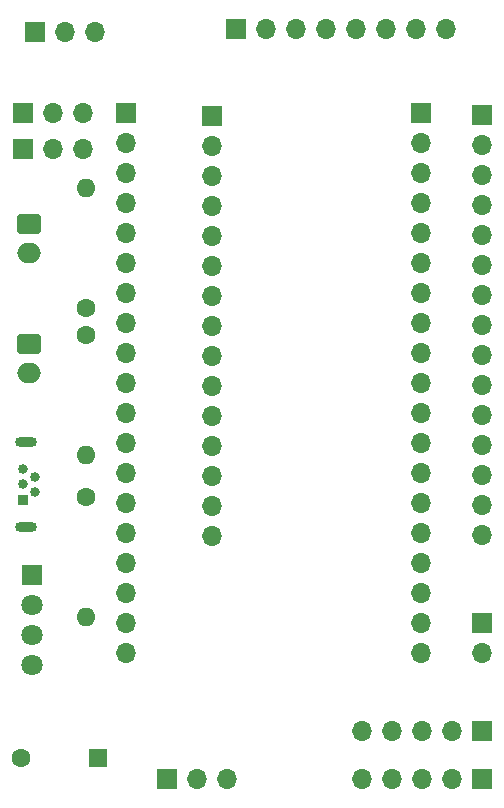
<source format=gts>
G04 #@! TF.GenerationSoftware,KiCad,Pcbnew,8.0.8*
G04 #@! TF.CreationDate,2025-03-22T13:31:19+00:00*
G04 #@! TF.ProjectId,ESP32adapt_PCB03,45535033-3261-4646-9170-745f50434230,rev?*
G04 #@! TF.SameCoordinates,Original*
G04 #@! TF.FileFunction,Soldermask,Top*
G04 #@! TF.FilePolarity,Negative*
%FSLAX46Y46*%
G04 Gerber Fmt 4.6, Leading zero omitted, Abs format (unit mm)*
G04 Created by KiCad (PCBNEW 8.0.8) date 2025-03-22 13:31:19*
%MOMM*%
%LPD*%
G01*
G04 APERTURE LIST*
G04 Aperture macros list*
%AMRoundRect*
0 Rectangle with rounded corners*
0 $1 Rounding radius*
0 $2 $3 $4 $5 $6 $7 $8 $9 X,Y pos of 4 corners*
0 Add a 4 corners polygon primitive as box body*
4,1,4,$2,$3,$4,$5,$6,$7,$8,$9,$2,$3,0*
0 Add four circle primitives for the rounded corners*
1,1,$1+$1,$2,$3*
1,1,$1+$1,$4,$5*
1,1,$1+$1,$6,$7*
1,1,$1+$1,$8,$9*
0 Add four rect primitives between the rounded corners*
20,1,$1+$1,$2,$3,$4,$5,0*
20,1,$1+$1,$4,$5,$6,$7,0*
20,1,$1+$1,$6,$7,$8,$9,0*
20,1,$1+$1,$8,$9,$2,$3,0*%
G04 Aperture macros list end*
%ADD10R,1.700000X1.700000*%
%ADD11O,1.700000X1.700000*%
%ADD12O,1.600000X1.600000*%
%ADD13C,1.600000*%
%ADD14RoundRect,0.250000X-0.750000X0.600000X-0.750000X-0.600000X0.750000X-0.600000X0.750000X0.600000X0*%
%ADD15O,2.000000X1.700000*%
%ADD16R,0.840000X0.840000*%
%ADD17C,0.840000*%
%ADD18O,1.850000X0.850000*%
%ADD19R,1.600000X1.600000*%
%ADD20R,1.800000X1.800000*%
%ADD21C,1.800000*%
G04 APERTURE END LIST*
D10*
X42196000Y-93472000D03*
D11*
X42196000Y-96012000D03*
X42196000Y-98552000D03*
X42196000Y-101092000D03*
X42196000Y-103632000D03*
X42196000Y-106172000D03*
X42196000Y-108712000D03*
X42196000Y-111252000D03*
X42196000Y-113792000D03*
X42196000Y-116332000D03*
X42196000Y-118872000D03*
X42196000Y-121412000D03*
X42196000Y-123952000D03*
X42196000Y-126492000D03*
X42196000Y-129032000D03*
X42196000Y-131572000D03*
X42196000Y-134112000D03*
X42196000Y-136652000D03*
X42196000Y-139192000D03*
X72390000Y-129192000D03*
X72390000Y-126652000D03*
X72390000Y-124112000D03*
X72390000Y-121572000D03*
X72390000Y-119032000D03*
X72390000Y-116492000D03*
X72390000Y-113952000D03*
X72390000Y-111412000D03*
X72390000Y-108872000D03*
X72390000Y-106332000D03*
X72390000Y-103792000D03*
X72390000Y-101252000D03*
X72390000Y-98712000D03*
X72390000Y-96172000D03*
D10*
X72390000Y-93632000D03*
D12*
X38862000Y-122428000D03*
D13*
X38862000Y-112268000D03*
X38862000Y-109982000D03*
D12*
X38862000Y-99822000D03*
D13*
X38862000Y-125984000D03*
D12*
X38862000Y-136144000D03*
D11*
X67196000Y-139192000D03*
X67196000Y-136652000D03*
X67196000Y-134112000D03*
X67196000Y-131572000D03*
X67196000Y-129032000D03*
X67196000Y-126492000D03*
X67196000Y-123952000D03*
X67196000Y-121412000D03*
X67196000Y-118872000D03*
X67196000Y-116332000D03*
X67196000Y-113792000D03*
X67196000Y-111252000D03*
X67196000Y-108712000D03*
X67196000Y-106172000D03*
X67196000Y-103632000D03*
X67196000Y-101092000D03*
X67196000Y-98552000D03*
X67196000Y-96012000D03*
D10*
X67196000Y-93472000D03*
X72390000Y-145796000D03*
D11*
X69850000Y-145796000D03*
X67310000Y-145796000D03*
X64770000Y-145796000D03*
X62230000Y-145796000D03*
D10*
X49530000Y-93724000D03*
D11*
X49530000Y-96264000D03*
X49530000Y-98804000D03*
X49530000Y-101344000D03*
X49530000Y-103884000D03*
X49530000Y-106424000D03*
X49530000Y-108964000D03*
X49530000Y-111504000D03*
X49530000Y-114044000D03*
X49530000Y-116584000D03*
X49530000Y-119124000D03*
X49530000Y-121664000D03*
X49530000Y-124204000D03*
X49530000Y-126744000D03*
X49530000Y-129284000D03*
D10*
X33528000Y-96520000D03*
D11*
X36068000Y-96520000D03*
X38608000Y-96520000D03*
X38608000Y-93472000D03*
X36068000Y-93472000D03*
D10*
X33528000Y-93472000D03*
D11*
X62230000Y-149860000D03*
X64770000Y-149860000D03*
X67310000Y-149860000D03*
X69850000Y-149860000D03*
D10*
X72390000Y-149860000D03*
D14*
X34036000Y-102870000D03*
D15*
X34036000Y-105370000D03*
D16*
X33528000Y-126238000D03*
D17*
X34528000Y-125588000D03*
X33528000Y-124938000D03*
X34528000Y-124288000D03*
X33528000Y-123638000D03*
D18*
X33748000Y-128513000D03*
X33748000Y-121363000D03*
D15*
X34036000Y-115530000D03*
D14*
X34036000Y-113030000D03*
D19*
X39878000Y-148082000D03*
D13*
X33378000Y-148082000D03*
D10*
X34544000Y-86614000D03*
D11*
X37084000Y-86614000D03*
X39624000Y-86614000D03*
D10*
X51562000Y-86360000D03*
D11*
X54102000Y-86360000D03*
X56642000Y-86360000D03*
X59182000Y-86360000D03*
X61722000Y-86360000D03*
X64262000Y-86360000D03*
X66802000Y-86360000D03*
X69342000Y-86360000D03*
D20*
X34290000Y-132600000D03*
D21*
X34290000Y-135140000D03*
X34290000Y-137680000D03*
X34290000Y-140220000D03*
D10*
X45720000Y-149860000D03*
D11*
X48260000Y-149860000D03*
X50800000Y-149860000D03*
D10*
X72390000Y-136652000D03*
D11*
X72390000Y-139192000D03*
M02*

</source>
